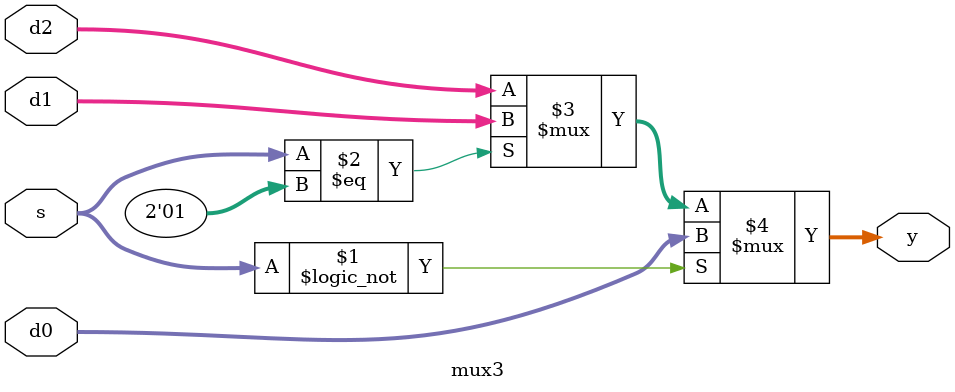
<source format=v>
`timescale 1ns / 1ps
module mux3 #(parameter WIDTH = 8)
             (input [WIDTH-1:0] d0, d1, d2,
              input [1:0] s, 
              output [WIDTH-1:0] y);

  assign y = (s == 2'b00) ? d0 : ((s == 2'b01) ? d1 : d2); 
endmodule

</source>
